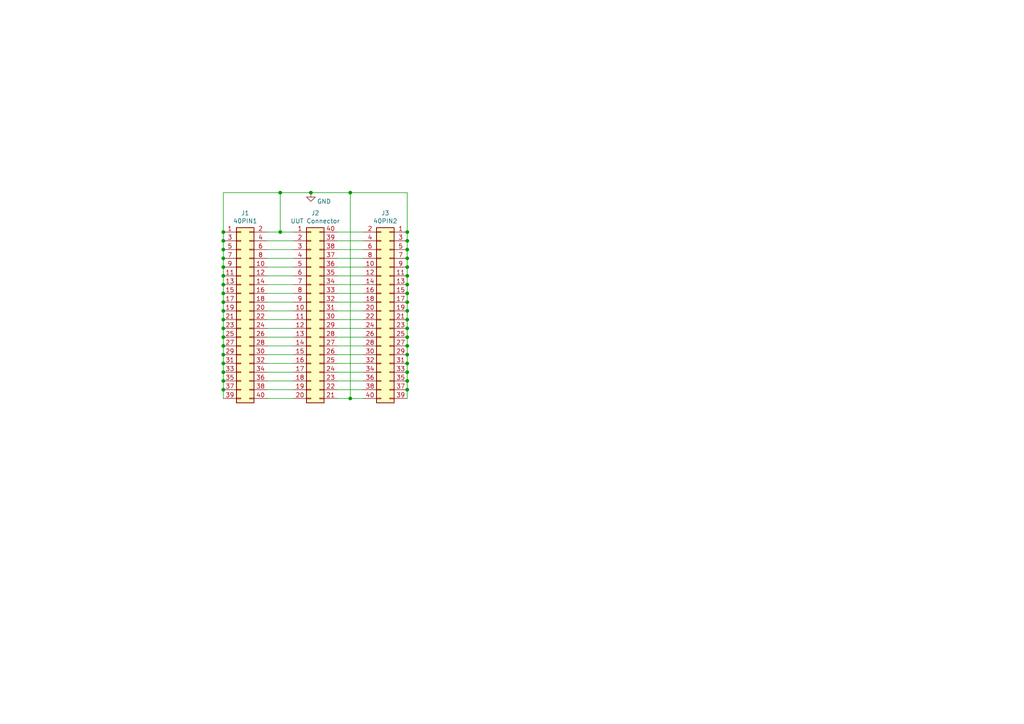
<source format=kicad_sch>
(kicad_sch (version 20231120) (generator "eeschema") (generator_version "8.0")
  (paper "A4")
  (title_block (title "Fluke 9010 UUT Cable (6502 Version)") (date "2021-01-29") (rev "0.1") (comment 3 "M.Biry"))
  (lib_symbols
    (symbol "Connector_Generic:Conn_02x20_Counter_Clockwise" (pin_names (offset 1.016) hide)
      (property "Reference" "J" (at 1.27 25.4 0))
      (property "Value" "Conn_02x20_Counter_Clockwise" (at 1.27 -27.94 0))
      (symbol "Conn_02x20_Counter_Clockwise_1_1"
        (rectangle (start -1.27 -25.273) (end 0 -25.527) (stroke (width 0.1524)))
        (rectangle (start -1.27 -22.733) (end 0 -22.987) (stroke (width 0.1524)))
        (rectangle (start -1.27 -20.193) (end 0 -20.447) (stroke (width 0.1524)))
        (rectangle (start -1.27 -17.653) (end 0 -17.907) (stroke (width 0.1524)))
        (rectangle (start -1.27 -15.113) (end 0 -15.367) (stroke (width 0.1524)))
        (rectangle (start -1.27 -12.573) (end 0 -12.827) (stroke (width 0.1524)))
        (rectangle (start -1.27 -10.033) (end 0 -10.287) (stroke (width 0.1524)))
        (rectangle (start -1.27 -7.493) (end 0 -7.747) (stroke (width 0.1524)))
        (rectangle (start -1.27 -4.953) (end 0 -5.207) (stroke (width 0.1524)))
        (rectangle (start -1.27 -2.413) (end 0 -2.667) (stroke (width 0.1524)))
        (rectangle (start -1.27 0.127) (end 0 -0.127) (stroke (width 0.1524)))
        (rectangle (start -1.27 2.667) (end 0 2.413) (stroke (width 0.1524)))
        (rectangle (start -1.27 5.207) (end 0 4.953) (stroke (width 0.1524)))
        (rectangle (start -1.27 7.747) (end 0 7.493) (stroke (width 0.1524)))
        (rectangle (start -1.27 10.287) (end 0 10.033) (stroke (width 0.1524)))
        (rectangle (start -1.27 12.827) (end 0 12.573) (stroke (width 0.1524)))
        (rectangle (start -1.27 15.367) (end 0 15.113) (stroke (width 0.1524)))
        (rectangle (start -1.27 17.907) (end 0 17.653) (stroke (width 0.1524)))
        (rectangle (start -1.27 20.447) (end 0 20.193) (stroke (width 0.1524)))
        (rectangle (start -1.27 22.987) (end 0 22.733) (stroke (width 0.1524)))
        (rectangle (start -1.27 24.13) (end 3.81 -26.67) (stroke (width 0.254)) (fill (type background)))
        (rectangle (start 3.81 -25.273) (end 2.54 -25.527) (stroke (width 0.1524)))
        (rectangle (start 3.81 -22.733) (end 2.54 -22.987) (stroke (width 0.1524)))
        (rectangle (start 3.81 -20.193) (end 2.54 -20.447) (stroke (width 0.1524)))
        (rectangle (start 3.81 -17.653) (end 2.54 -17.907) (stroke (width 0.1524)))
        (rectangle (start 3.81 -15.113) (end 2.54 -15.367) (stroke (width 0.1524)))
        (rectangle (start 3.81 -12.573) (end 2.54 -12.827) (stroke (width 0.1524)))
        (rectangle (start 3.81 -10.033) (end 2.54 -10.287) (stroke (width 0.1524)))
        (rectangle (start 3.81 -7.493) (end 2.54 -7.747) (stroke (width 0.1524)))
        (rectangle (start 3.81 -4.953) (end 2.54 -5.207) (stroke (width 0.1524)))
        (rectangle (start 3.81 -2.413) (end 2.54 -2.667) (stroke (width 0.1524)))
        (rectangle (start 3.81 0.127) (end 2.54 -0.127) (stroke (width 0.1524)))
        (rectangle (start 3.81 2.667) (end 2.54 2.413) (stroke (width 0.1524)))
        (rectangle (start 3.81 5.207) (end 2.54 4.953) (stroke (width 0.1524)))
        (rectangle (start 3.81 7.747) (end 2.54 7.493) (stroke (width 0.1524)))
        (rectangle (start 3.81 10.287) (end 2.54 10.033) (stroke (width 0.1524)))
        (rectangle (start 3.81 12.827) (end 2.54 12.573) (stroke (width 0.1524)))
        (rectangle (start 3.81 15.367) (end 2.54 15.113) (stroke (width 0.1524)))
        (rectangle (start 3.81 17.907) (end 2.54 17.653) (stroke (width 0.1524)))
        (rectangle (start 3.81 20.447) (end 2.54 20.193) (stroke (width 0.1524)))
        (rectangle (start 3.81 22.987) (end 2.54 22.733) (stroke (width 0.1524)))
        (pin passive line (at -5.08 22.86 0) (length 3.81) (name "Pin_1") (number "1"))
        (pin passive line (at -5.08 0 0) (length 3.81) (name "Pin_10") (number "10"))
        (pin passive line (at -5.08 -2.54 0) (length 3.81) (name "Pin_11") (number "11"))
        (pin passive line (at -5.08 -5.08 0) (length 3.81) (name "Pin_12") (number "12"))
        (pin passive line (at -5.08 -7.62 0) (length 3.81) (name "Pin_13") (number "13"))
        (pin passive line (at -5.08 -10.16 0) (length 3.81) (name "Pin_14") (number "14"))
        (pin passive line (at -5.08 -12.7 0) (length 3.81) (name "Pin_15") (number "15"))
        (pin passive line (at -5.08 -15.24 0) (length 3.81) (name "Pin_16") (number "16"))
        (pin passive line (at -5.08 -17.78 0) (length 3.81) (name "Pin_17") (number "17"))
        (pin passive line (at -5.08 -20.32 0) (length 3.81) (name "Pin_18") (number "18"))
        (pin passive line (at -5.08 -22.86 0) (length 3.81) (name "Pin_19") (number "19"))
        (pin passive line (at -5.08 20.32 0) (length 3.81) (name "Pin_2") (number "2"))
        (pin passive line (at -5.08 -25.4 0) (length 3.81) (name "Pin_20") (number "20"))
        (pin passive line (at 7.62 -25.4 180) (length 3.81) (name "Pin_21") (number "21"))
        (pin passive line (at 7.62 -22.86 180) (length 3.81) (name "Pin_22") (number "22"))
        (pin passive line (at 7.62 -20.32 180) (length 3.81) (name "Pin_23") (number "23"))
        (pin passive line (at 7.62 -17.78 180) (length 3.81) (name "Pin_24") (number "24"))
        (pin passive line (at 7.62 -15.24 180) (length 3.81) (name "Pin_25") (number "25"))
        (pin passive line (at 7.62 -12.7 180) (length 3.81) (name "Pin_26") (number "26"))
        (pin passive line (at 7.62 -10.16 180) (length 3.81) (name "Pin_27") (number "27"))
        (pin passive line (at 7.62 -7.62 180) (length 3.81) (name "Pin_28") (number "28"))
        (pin passive line (at 7.62 -5.08 180) (length 3.81) (name "Pin_29") (number "29"))
        (pin passive line (at -5.08 17.78 0) (length 3.81) (name "Pin_3") (number "3"))
        (pin passive line (at 7.62 -2.54 180) (length 3.81) (name "Pin_30") (number "30"))
        (pin passive line (at 7.62 0 180) (length 3.81) (name "Pin_31") (number "31"))
        (pin passive line (at 7.62 2.54 180) (length 3.81) (name "Pin_32") (number "32"))
        (pin passive line (at 7.62 5.08 180) (length 3.81) (name "Pin_33") (number "33"))
        (pin passive line (at 7.62 7.62 180) (length 3.81) (name "Pin_34") (number "34"))
        (pin passive line (at 7.62 10.16 180) (length 3.81) (name "Pin_35") (number "35"))
        (pin passive line (at 7.62 12.7 180) (length 3.81) (name "Pin_36") (number "36"))
        (pin passive line (at 7.62 15.24 180) (length 3.81) (name "Pin_37") (number "37"))
        (pin passive line (at 7.62 17.78 180) (length 3.81) (name "Pin_38") (number "38"))
        (pin passive line (at 7.62 20.32 180) (length 3.81) (name "Pin_39") (number "39"))
        (pin passive line (at -5.08 15.24 0) (length 3.81) (name "Pin_4") (number "4"))
        (pin passive line (at 7.62 22.86 180) (length 3.81) (name "Pin_40") (number "40"))
        (pin passive line (at -5.08 12.7 0) (length 3.81) (name "Pin_5") (number "5"))
        (pin passive line (at -5.08 10.16 0) (length 3.81) (name "Pin_6") (number "6"))
        (pin passive line (at -5.08 7.62 0) (length 3.81) (name "Pin_7") (number "7"))
        (pin passive line (at -5.08 5.08 0) (length 3.81) (name "Pin_8") (number "8"))
        (pin passive line (at -5.08 2.54 0) (length 3.81) (name "Pin_9") (number "9"))
      )
    )
    (symbol "Connector_Generic:Conn_02x20_Odd_Even" (pin_names (offset 1.016) hide)
      (property "Reference" "J" (at 1.27 25.4 0))
      (property "Value" "Conn_02x20_Odd_Even" (at 1.27 -27.94 0))
      (symbol "Conn_02x20_Odd_Even_1_1"
        (rectangle (start -1.27 -25.273) (end 0 -25.527) (stroke (width 0.1524)))
        (rectangle (start -1.27 -22.733) (end 0 -22.987) (stroke (width 0.1524)))
        (rectangle (start -1.27 -20.193) (end 0 -20.447) (stroke (width 0.1524)))
        (rectangle (start -1.27 -17.653) (end 0 -17.907) (stroke (width 0.1524)))
        (rectangle (start -1.27 -15.113) (end 0 -15.367) (stroke (width 0.1524)))
        (rectangle (start -1.27 -12.573) (end 0 -12.827) (stroke (width 0.1524)))
        (rectangle (start -1.27 -10.033) (end 0 -10.287) (stroke (width 0.1524)))
        (rectangle (start -1.27 -7.493) (end 0 -7.747) (stroke (width 0.1524)))
        (rectangle (start -1.27 -4.953) (end 0 -5.207) (stroke (width 0.1524)))
        (rectangle (start -1.27 -2.413) (end 0 -2.667) (stroke (width 0.1524)))
        (rectangle (start -1.27 0.127) (end 0 -0.127) (stroke (width 0.1524)))
        (rectangle (start -1.27 2.667) (end 0 2.413) (stroke (width 0.1524)))
        (rectangle (start -1.27 5.207) (end 0 4.953) (stroke (width 0.1524)))
        (rectangle (start -1.27 7.747) (end 0 7.493) (stroke (width 0.1524)))
        (rectangle (start -1.27 10.287) (end 0 10.033) (stroke (width 0.1524)))
        (rectangle (start -1.27 12.827) (end 0 12.573) (stroke (width 0.1524)))
        (rectangle (start -1.27 15.367) (end 0 15.113) (stroke (width 0.1524)))
        (rectangle (start -1.27 17.907) (end 0 17.653) (stroke (width 0.1524)))
        (rectangle (start -1.27 20.447) (end 0 20.193) (stroke (width 0.1524)))
        (rectangle (start -1.27 22.987) (end 0 22.733) (stroke (width 0.1524)))
        (rectangle (start -1.27 24.13) (end 3.81 -26.67) (stroke (width 0.254)) (fill (type background)))
        (rectangle (start 3.81 -25.273) (end 2.54 -25.527) (stroke (width 0.1524)))
        (rectangle (start 3.81 -22.733) (end 2.54 -22.987) (stroke (width 0.1524)))
        (rectangle (start 3.81 -20.193) (end 2.54 -20.447) (stroke (width 0.1524)))
        (rectangle (start 3.81 -17.653) (end 2.54 -17.907) (stroke (width 0.1524)))
        (rectangle (start 3.81 -15.113) (end 2.54 -15.367) (stroke (width 0.1524)))
        (rectangle (start 3.81 -12.573) (end 2.54 -12.827) (stroke (width 0.1524)))
        (rectangle (start 3.81 -10.033) (end 2.54 -10.287) (stroke (width 0.1524)))
        (rectangle (start 3.81 -7.493) (end 2.54 -7.747) (stroke (width 0.1524)))
        (rectangle (start 3.81 -4.953) (end 2.54 -5.207) (stroke (width 0.1524)))
        (rectangle (start 3.81 -2.413) (end 2.54 -2.667) (stroke (width 0.1524)))
        (rectangle (start 3.81 0.127) (end 2.54 -0.127) (stroke (width 0.1524)))
        (rectangle (start 3.81 2.667) (end 2.54 2.413) (stroke (width 0.1524)))
        (rectangle (start 3.81 5.207) (end 2.54 4.953) (stroke (width 0.1524)))
        (rectangle (start 3.81 7.747) (end 2.54 7.493) (stroke (width 0.1524)))
        (rectangle (start 3.81 10.287) (end 2.54 10.033) (stroke (width 0.1524)))
        (rectangle (start 3.81 12.827) (end 2.54 12.573) (stroke (width 0.1524)))
        (rectangle (start 3.81 15.367) (end 2.54 15.113) (stroke (width 0.1524)))
        (rectangle (start 3.81 17.907) (end 2.54 17.653) (stroke (width 0.1524)))
        (rectangle (start 3.81 20.447) (end 2.54 20.193) (stroke (width 0.1524)))
        (rectangle (start 3.81 22.987) (end 2.54 22.733) (stroke (width 0.1524)))
        (pin passive line (at -5.08 22.86 0) (length 3.81) (name "Pin_1") (number "1"))
        (pin passive line (at 7.62 12.7 180) (length 3.81) (name "Pin_10") (number "10"))
        (pin passive line (at -5.08 10.16 0) (length 3.81) (name "Pin_11") (number "11"))
        (pin passive line (at 7.62 10.16 180) (length 3.81) (name "Pin_12") (number "12"))
        (pin passive line (at -5.08 7.62 0) (length 3.81) (name "Pin_13") (number "13"))
        (pin passive line (at 7.62 7.62 180) (length 3.81) (name "Pin_14") (number "14"))
        (pin passive line (at -5.08 5.08 0) (length 3.81) (name "Pin_15") (number "15"))
        (pin passive line (at 7.62 5.08 180) (length 3.81) (name "Pin_16") (number "16"))
        (pin passive line (at -5.08 2.54 0) (length 3.81) (name "Pin_17") (number "17"))
        (pin passive line (at 7.62 2.54 180) (length 3.81) (name "Pin_18") (number "18"))
        (pin passive line (at -5.08 0 0) (length 3.81) (name "Pin_19") (number "19"))
        (pin passive line (at 7.62 22.86 180) (length 3.81) (name "Pin_2") (number "2"))
        (pin passive line (at 7.62 0 180) (length 3.81) (name "Pin_20") (number "20"))
        (pin passive line (at -5.08 -2.54 0) (length 3.81) (name "Pin_21") (number "21"))
        (pin passive line (at 7.62 -2.54 180) (length 3.81) (name "Pin_22") (number "22"))
        (pin passive line (at -5.08 -5.08 0) (length 3.81) (name "Pin_23") (number "23"))
        (pin passive line (at 7.62 -5.08 180) (length 3.81) (name "Pin_24") (number "24"))
        (pin passive line (at -5.08 -7.62 0) (length 3.81) (name "Pin_25") (number "25"))
        (pin passive line (at 7.62 -7.62 180) (length 3.81) (name "Pin_26") (number "26"))
        (pin passive line (at -5.08 -10.16 0) (length 3.81) (name "Pin_27") (number "27"))
        (pin passive line (at 7.62 -10.16 180) (length 3.81) (name "Pin_28") (number "28"))
        (pin passive line (at -5.08 -12.7 0) (length 3.81) (name "Pin_29") (number "29"))
        (pin passive line (at -5.08 20.32 0) (length 3.81) (name "Pin_3") (number "3"))
        (pin passive line (at 7.62 -12.7 180) (length 3.81) (name "Pin_30") (number "30"))
        (pin passive line (at -5.08 -15.24 0) (length 3.81) (name "Pin_31") (number "31"))
        (pin passive line (at 7.62 -15.24 180) (length 3.81) (name "Pin_32") (number "32"))
        (pin passive line (at -5.08 -17.78 0) (length 3.81) (name "Pin_33") (number "33"))
        (pin passive line (at 7.62 -17.78 180) (length 3.81) (name "Pin_34") (number "34"))
        (pin passive line (at -5.08 -20.32 0) (length 3.81) (name "Pin_35") (number "35"))
        (pin passive line (at 7.62 -20.32 180) (length 3.81) (name "Pin_36") (number "36"))
        (pin passive line (at -5.08 -22.86 0) (length 3.81) (name "Pin_37") (number "37"))
        (pin passive line (at 7.62 -22.86 180) (length 3.81) (name "Pin_38") (number "38"))
        (pin passive line (at -5.08 -25.4 0) (length 3.81) (name "Pin_39") (number "39"))
        (pin passive line (at 7.62 20.32 180) (length 3.81) (name "Pin_4") (number "4"))
        (pin passive line (at 7.62 -25.4 180) (length 3.81) (name "Pin_40") (number "40"))
        (pin passive line (at -5.08 17.78 0) (length 3.81) (name "Pin_5") (number "5"))
        (pin passive line (at 7.62 17.78 180) (length 3.81) (name "Pin_6") (number "6"))
        (pin passive line (at -5.08 15.24 0) (length 3.81) (name "Pin_7") (number "7"))
        (pin passive line (at 7.62 15.24 180) (length 3.81) (name "Pin_8") (number "8"))
        (pin passive line (at -5.08 12.7 0) (length 3.81) (name "Pin_9") (number "9"))
      )
    )
    (symbol "power:GND" (power) (pin_names (offset 0))
      (property "Value" "GND" (at 0 -3.81 0))
      (symbol "GND_0_1"
        (polyline (pts (xy 0 0) (xy 0 -1.27) (xy 1.27 -1.27) (xy 0 -2.54) (xy -1.27 -1.27) (xy 0 -1.27)))
      )
      (symbol "GND_1_1"
        (pin power_in line (at 0 0 270) (length 0) hide (name "GND") (number "1"))
      )
    )
  )
  (junction (at 64.77 105.41))
  (junction (at 118.11 85.09))
  (junction (at 64.77 92.71))
  (junction (at 64.77 72.39))
  (junction (at 118.11 72.39))
  (junction (at 64.77 82.55))
  (junction (at 64.77 100.33))
  (junction (at 118.11 105.41))
  (junction (at 64.77 69.85))
  (junction (at 64.77 113.03))
  (junction (at 64.77 97.79))
  (junction (at 101.6 115.57))
  (junction (at 64.77 95.25))
  (junction (at 118.11 67.31))
  (junction (at 118.11 80.01))
  (junction (at 101.6 55.88))
  (junction (at 64.77 87.63))
  (junction (at 64.77 110.49))
  (junction (at 118.11 113.03))
  (junction (at 64.77 80.01))
  (junction (at 64.77 107.95))
  (junction (at 118.11 77.47))
  (junction (at 81.28 55.88))
  (junction (at 118.11 97.79))
  (junction (at 64.77 77.47))
  (junction (at 118.11 69.85))
  (junction (at 118.11 92.71))
  (junction (at 64.77 85.09))
  (junction (at 118.11 82.55))
  (junction (at 64.77 67.31))
  (junction (at 64.77 102.87))
  (junction (at 64.77 90.17))
  (junction (at 118.11 87.63))
  (junction (at 118.11 90.17))
  (junction (at 64.77 74.93))
  (junction (at 118.11 100.33))
  (junction (at 118.11 95.25))
  (junction (at 118.11 74.93))
  (junction (at 118.11 110.49))
  (junction (at 118.11 107.95))
  (junction (at 81.28 67.31))
  (junction (at 90.17 55.88))
  (junction (at 118.11 102.87))
  (wire (pts (xy 64.77 67.31) (xy 64.77 55.88)))
  (wire (pts (xy 97.79 69.85) (xy 105.41 69.85)))
  (wire (pts (xy 64.77 102.87) (xy 64.77 100.33)))
  (wire (pts (xy 64.77 72.39) (xy 64.77 69.85)))
  (wire (pts (xy 77.47 85.09) (xy 85.09 85.09)))
  (wire (pts (xy 64.77 105.41) (xy 64.77 102.87)))
  (wire (pts (xy 81.28 55.88) (xy 90.17 55.88)))
  (wire (pts (xy 97.79 72.39) (xy 105.41 72.39)))
  (wire (pts (xy 64.77 74.93) (xy 64.77 72.39)))
  (wire (pts (xy 81.28 55.88) (xy 81.28 67.31)))
  (wire (pts (xy 118.11 113.03) (xy 118.11 115.57)))
  (wire (pts (xy 64.77 115.57) (xy 64.77 113.03)))
  (wire (pts (xy 97.79 87.63) (xy 105.41 87.63)))
  (wire (pts (xy 97.79 85.09) (xy 105.41 85.09)))
  (wire (pts (xy 118.11 74.93) (xy 118.11 77.47)))
  (wire (pts (xy 97.79 110.49) (xy 105.41 110.49)))
  (wire (pts (xy 81.28 67.31) (xy 85.09 67.31)))
  (wire (pts (xy 64.77 95.25) (xy 64.77 92.71)))
  (wire (pts (xy 97.79 95.25) (xy 105.41 95.25)))
  (wire (pts (xy 118.11 97.79) (xy 118.11 100.33)))
  (wire (pts (xy 97.79 67.31) (xy 105.41 67.31)))
  (wire (pts (xy 77.47 87.63) (xy 85.09 87.63)))
  (wire (pts (xy 77.47 67.31) (xy 81.28 67.31)))
  (wire (pts (xy 118.11 110.49) (xy 118.11 113.03)))
  (wire (pts (xy 118.11 85.09) (xy 118.11 87.63)))
  (wire (pts (xy 97.79 115.57) (xy 101.6 115.57)))
  (wire (pts (xy 77.47 105.41) (xy 85.09 105.41)))
  (wire (pts (xy 97.79 74.93) (xy 105.41 74.93)))
  (wire (pts (xy 118.11 55.88) (xy 118.11 67.31)))
  (wire (pts (xy 64.77 110.49) (xy 64.77 107.95)))
  (wire (pts (xy 77.47 80.01) (xy 85.09 80.01)))
  (wire (pts (xy 64.77 90.17) (xy 64.77 87.63)))
  (wire (pts (xy 77.47 107.95) (xy 85.09 107.95)))
  (wire (pts (xy 118.11 69.85) (xy 118.11 72.39)))
  (wire (pts (xy 118.11 72.39) (xy 118.11 74.93)))
  (wire (pts (xy 118.11 95.25) (xy 118.11 97.79)))
  (wire (pts (xy 64.77 77.47) (xy 64.77 74.93)))
  (wire (pts (xy 118.11 107.95) (xy 118.11 110.49)))
  (wire (pts (xy 77.47 82.55) (xy 85.09 82.55)))
  (wire (pts (xy 118.11 102.87) (xy 118.11 105.41)))
  (wire (pts (xy 77.47 113.03) (xy 85.09 113.03)))
  (wire (pts (xy 97.79 97.79) (xy 105.41 97.79)))
  (wire (pts (xy 77.47 69.85) (xy 85.09 69.85)))
  (wire (pts (xy 64.77 87.63) (xy 64.77 85.09)))
  (wire (pts (xy 64.77 107.95) (xy 64.77 105.41)))
  (wire (pts (xy 77.47 102.87) (xy 85.09 102.87)))
  (wire (pts (xy 118.11 100.33) (xy 118.11 102.87)))
  (wire (pts (xy 101.6 55.88) (xy 118.11 55.88)))
  (wire (pts (xy 77.47 100.33) (xy 85.09 100.33)))
  (wire (pts (xy 64.77 55.88) (xy 81.28 55.88)))
  (wire (pts (xy 77.47 72.39) (xy 85.09 72.39)))
  (wire (pts (xy 97.79 82.55) (xy 105.41 82.55)))
  (wire (pts (xy 77.47 74.93) (xy 85.09 74.93)))
  (wire (pts (xy 64.77 85.09) (xy 64.77 82.55)))
  (wire (pts (xy 97.79 90.17) (xy 105.41 90.17)))
  (wire (pts (xy 64.77 82.55) (xy 64.77 80.01)))
  (wire (pts (xy 97.79 107.95) (xy 105.41 107.95)))
  (wire (pts (xy 64.77 92.71) (xy 64.77 90.17)))
  (wire (pts (xy 90.17 55.88) (xy 101.6 55.88)))
  (wire (pts (xy 97.79 113.03) (xy 105.41 113.03)))
  (wire (pts (xy 64.77 113.03) (xy 64.77 110.49)))
  (wire (pts (xy 97.79 80.01) (xy 105.41 80.01)))
  (wire (pts (xy 118.11 105.41) (xy 118.11 107.95)))
  (wire (pts (xy 64.77 100.33) (xy 64.77 97.79)))
  (wire (pts (xy 118.11 82.55) (xy 118.11 85.09)))
  (wire (pts (xy 77.47 90.17) (xy 85.09 90.17)))
  (wire (pts (xy 77.47 115.57) (xy 85.09 115.57)))
  (wire (pts (xy 97.79 105.41) (xy 105.41 105.41)))
  (wire (pts (xy 64.77 80.01) (xy 64.77 77.47)))
  (wire (pts (xy 101.6 115.57) (xy 105.41 115.57)))
  (wire (pts (xy 64.77 97.79) (xy 64.77 95.25)))
  (wire (pts (xy 77.47 110.49) (xy 85.09 110.49)))
  (wire (pts (xy 118.11 92.71) (xy 118.11 95.25)))
  (wire (pts (xy 97.79 77.47) (xy 105.41 77.47)))
  (wire (pts (xy 118.11 77.47) (xy 118.11 80.01)))
  (wire (pts (xy 118.11 87.63) (xy 118.11 90.17)))
  (wire (pts (xy 64.77 69.85) (xy 64.77 67.31)))
  (wire (pts (xy 118.11 90.17) (xy 118.11 92.71)))
  (wire (pts (xy 118.11 67.31) (xy 118.11 69.85)))
  (wire (pts (xy 97.79 92.71) (xy 105.41 92.71)))
  (wire (pts (xy 101.6 55.88) (xy 101.6 115.57)))
  (wire (pts (xy 77.47 77.47) (xy 85.09 77.47)))
  (wire (pts (xy 77.47 92.71) (xy 85.09 92.71)))
  (wire (pts (xy 97.79 102.87) (xy 105.41 102.87)))
  (wire (pts (xy 77.47 95.25) (xy 85.09 95.25)))
  (wire (pts (xy 97.79 100.33) (xy 105.41 100.33)))
  (wire (pts (xy 118.11 80.01) (xy 118.11 82.55)))
  (wire (pts (xy 77.47 97.79) (xy 85.09 97.79)))
  (symbol (lib_id "Connector_Generic:Conn_02x20_Odd_Even") (at 69.85 90.17 0) (unit 1)
    (property "Reference" "J1" (at 71.12 61.7982 0))
    (property "Value" "40PIN1" (at 71.12 64.1096 0))
    (property "Footprint" "Connector_PinSocket_2.54mm:PinSocket_2x20_P2.54mm_Vertical" (effects (hide yes)))
  )
  (symbol (lib_id "Connector_Generic:Conn_02x20_Odd_Even") (at 113.03 90.17 0) (mirror y) (unit 1)
    (property "Reference" "J3" (at 111.76 61.7982 0))
    (property "Value" "40PIN2" (at 111.76 64.1096 0))
    (property "Footprint" "Connector_PinSocket_2.54mm:PinSocket_2x20_P2.54mm_Vertical" (effects (hide yes)))
  )
  (symbol (lib_id "Connector_Generic:Conn_02x20_Counter_Clockwise") (at 90.17 90.17 0) (unit 1)
    (property "Reference" "J2" (at 91.44 61.7982 0))
    (property "Value" "UUT Connector" (at 91.44 64.1096 0))
    (property "Footprint" "Package_DIP:DIP-40_W15.24mm" (effects (hide yes)))
  )
  (symbol (lib_id "power:GND") (at 90.17 55.88 0) (unit 1)
    (property "Reference" "#PWR0101" (effects (hide yes)))
    (property "Value" "GND" (at 93.98 58.42 0))
  )
)
</source>
